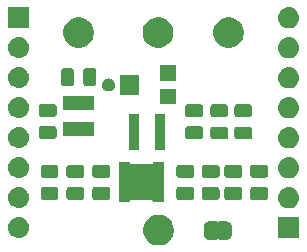
<source format=gbr>
G04 #@! TF.GenerationSoftware,KiCad,Pcbnew,(5.1.2)-2*
G04 #@! TF.CreationDate,2019-08-28T15:44:57+02:00*
G04 #@! TF.ProjectId,esp_pmc,6573705f-706d-4632-9e6b-696361645f70,0.0.1*
G04 #@! TF.SameCoordinates,Original*
G04 #@! TF.FileFunction,Soldermask,Top*
G04 #@! TF.FilePolarity,Negative*
%FSLAX46Y46*%
G04 Gerber Fmt 4.6, Leading zero omitted, Abs format (unit mm)*
G04 Created by KiCad (PCBNEW (5.1.2)-2) date 2019-08-28 15:44:57*
%MOMM*%
%LPD*%
G04 APERTURE LIST*
%ADD10C,0.100000*%
G04 APERTURE END LIST*
D10*
G36*
X66646487Y-89944996D02*
G01*
X66883253Y-90043068D01*
X66883255Y-90043069D01*
X67096339Y-90185447D01*
X67277553Y-90366661D01*
X67404906Y-90557258D01*
X67419932Y-90579747D01*
X67518004Y-90816513D01*
X67568000Y-91067861D01*
X67568000Y-91324139D01*
X67518004Y-91575487D01*
X67454508Y-91728779D01*
X67419931Y-91812255D01*
X67277553Y-92025339D01*
X67096339Y-92206553D01*
X66883255Y-92348931D01*
X66883254Y-92348932D01*
X66883253Y-92348932D01*
X66646487Y-92447004D01*
X66395139Y-92497000D01*
X66138861Y-92497000D01*
X65887513Y-92447004D01*
X65650747Y-92348932D01*
X65650746Y-92348932D01*
X65650745Y-92348931D01*
X65437661Y-92206553D01*
X65256447Y-92025339D01*
X65114069Y-91812255D01*
X65079492Y-91728779D01*
X65015996Y-91575487D01*
X64966000Y-91324139D01*
X64966000Y-91067861D01*
X65015996Y-90816513D01*
X65114068Y-90579747D01*
X65129095Y-90557258D01*
X65256447Y-90366661D01*
X65437661Y-90185447D01*
X65650745Y-90043069D01*
X65650747Y-90043068D01*
X65887513Y-89944996D01*
X66138861Y-89895000D01*
X66395139Y-89895000D01*
X66646487Y-89944996D01*
X66646487Y-89944996D01*
G37*
G36*
X71126999Y-90429737D02*
G01*
X71136608Y-90432652D01*
X71145472Y-90437390D01*
X71153237Y-90443763D01*
X71163448Y-90456206D01*
X71170378Y-90466575D01*
X71187705Y-90483902D01*
X71208080Y-90497515D01*
X71230720Y-90506891D01*
X71254753Y-90511671D01*
X71279257Y-90511670D01*
X71303290Y-90506888D01*
X71325929Y-90497510D01*
X71346302Y-90483895D01*
X71363629Y-90466568D01*
X71370558Y-90456198D01*
X71380763Y-90443763D01*
X71388528Y-90437390D01*
X71397392Y-90432652D01*
X71407001Y-90429737D01*
X71423140Y-90428148D01*
X71910861Y-90428148D01*
X71929199Y-90429954D01*
X71941450Y-90430556D01*
X71959869Y-90430556D01*
X71982149Y-90432750D01*
X72066233Y-90449476D01*
X72087660Y-90455976D01*
X72166858Y-90488780D01*
X72172303Y-90491691D01*
X72172309Y-90491693D01*
X72181169Y-90496429D01*
X72181173Y-90496432D01*
X72186614Y-90499340D01*
X72257899Y-90546971D01*
X72275204Y-90561172D01*
X72335828Y-90621796D01*
X72350029Y-90639101D01*
X72397660Y-90710386D01*
X72400568Y-90715827D01*
X72400571Y-90715831D01*
X72405307Y-90724691D01*
X72405309Y-90724697D01*
X72408220Y-90730142D01*
X72441024Y-90809340D01*
X72447524Y-90830767D01*
X72464250Y-90914851D01*
X72466444Y-90937131D01*
X72466444Y-90955550D01*
X72467046Y-90967801D01*
X72468852Y-90986139D01*
X72468852Y-91473862D01*
X72467046Y-91492199D01*
X72466444Y-91504450D01*
X72466444Y-91522869D01*
X72464250Y-91545149D01*
X72447524Y-91629233D01*
X72441024Y-91650660D01*
X72408220Y-91729858D01*
X72405309Y-91735303D01*
X72405307Y-91735309D01*
X72400571Y-91744169D01*
X72400568Y-91744173D01*
X72397660Y-91749614D01*
X72350029Y-91820899D01*
X72335828Y-91838204D01*
X72275204Y-91898828D01*
X72257899Y-91913029D01*
X72186614Y-91960660D01*
X72181173Y-91963568D01*
X72181169Y-91963571D01*
X72172309Y-91968307D01*
X72172303Y-91968309D01*
X72166858Y-91971220D01*
X72087660Y-92004024D01*
X72066233Y-92010524D01*
X71982149Y-92027250D01*
X71959869Y-92029444D01*
X71941450Y-92029444D01*
X71929199Y-92030046D01*
X71910862Y-92031852D01*
X71423140Y-92031852D01*
X71407001Y-92030263D01*
X71397392Y-92027348D01*
X71388528Y-92022610D01*
X71380763Y-92016237D01*
X71370552Y-92003794D01*
X71363622Y-91993425D01*
X71346295Y-91976098D01*
X71325920Y-91962485D01*
X71303280Y-91953109D01*
X71279247Y-91948329D01*
X71254743Y-91948330D01*
X71230710Y-91953112D01*
X71208071Y-91962490D01*
X71187698Y-91976105D01*
X71170371Y-91993432D01*
X71163442Y-92003802D01*
X71153237Y-92016237D01*
X71145472Y-92022610D01*
X71136608Y-92027348D01*
X71126999Y-92030263D01*
X71110860Y-92031852D01*
X70623138Y-92031852D01*
X70604801Y-92030046D01*
X70592550Y-92029444D01*
X70574131Y-92029444D01*
X70551851Y-92027250D01*
X70467767Y-92010524D01*
X70446340Y-92004024D01*
X70367142Y-91971220D01*
X70361697Y-91968309D01*
X70361691Y-91968307D01*
X70352831Y-91963571D01*
X70352827Y-91963568D01*
X70347386Y-91960660D01*
X70276101Y-91913029D01*
X70258796Y-91898828D01*
X70198172Y-91838204D01*
X70183971Y-91820899D01*
X70136340Y-91749614D01*
X70133432Y-91744173D01*
X70133429Y-91744169D01*
X70128693Y-91735309D01*
X70128691Y-91735303D01*
X70125780Y-91729858D01*
X70092976Y-91650660D01*
X70086476Y-91629233D01*
X70069750Y-91545149D01*
X70067556Y-91522869D01*
X70067556Y-91504450D01*
X70066954Y-91492199D01*
X70065148Y-91473862D01*
X70065148Y-90986139D01*
X70066954Y-90967801D01*
X70067556Y-90955550D01*
X70067556Y-90937131D01*
X70069750Y-90914851D01*
X70086476Y-90830767D01*
X70092976Y-90809340D01*
X70125780Y-90730142D01*
X70128691Y-90724697D01*
X70128693Y-90724691D01*
X70133429Y-90715831D01*
X70133432Y-90715827D01*
X70136340Y-90710386D01*
X70183971Y-90639101D01*
X70198172Y-90621796D01*
X70258796Y-90561172D01*
X70276101Y-90546971D01*
X70347386Y-90499340D01*
X70352827Y-90496432D01*
X70352831Y-90496429D01*
X70361691Y-90491693D01*
X70361697Y-90491691D01*
X70367142Y-90488780D01*
X70446340Y-90455976D01*
X70467767Y-90449476D01*
X70551851Y-90432750D01*
X70574131Y-90430556D01*
X70592550Y-90430556D01*
X70604801Y-90429954D01*
X70623139Y-90428148D01*
X71110860Y-90428148D01*
X71126999Y-90429737D01*
X71126999Y-90429737D01*
G37*
G36*
X78168000Y-91897000D02*
G01*
X76366000Y-91897000D01*
X76366000Y-90095000D01*
X78168000Y-90095000D01*
X78168000Y-91897000D01*
X78168000Y-91897000D01*
G37*
G36*
X54517442Y-90081518D02*
G01*
X54583627Y-90088037D01*
X54753466Y-90139557D01*
X54909991Y-90223222D01*
X54945729Y-90252552D01*
X55047186Y-90335814D01*
X55125434Y-90431161D01*
X55159778Y-90473009D01*
X55243443Y-90629534D01*
X55294963Y-90799373D01*
X55312359Y-90976000D01*
X55294963Y-91152627D01*
X55243443Y-91322466D01*
X55159778Y-91478991D01*
X55148938Y-91492199D01*
X55047186Y-91616186D01*
X54945729Y-91699448D01*
X54909991Y-91728778D01*
X54909989Y-91728779D01*
X54753822Y-91812253D01*
X54753466Y-91812443D01*
X54583627Y-91863963D01*
X54517443Y-91870481D01*
X54451260Y-91877000D01*
X54362740Y-91877000D01*
X54296557Y-91870481D01*
X54230373Y-91863963D01*
X54060534Y-91812443D01*
X54060179Y-91812253D01*
X53904011Y-91728779D01*
X53904009Y-91728778D01*
X53868271Y-91699448D01*
X53766814Y-91616186D01*
X53665062Y-91492199D01*
X53654222Y-91478991D01*
X53570557Y-91322466D01*
X53519037Y-91152627D01*
X53501641Y-90976000D01*
X53519037Y-90799373D01*
X53570557Y-90629534D01*
X53654222Y-90473009D01*
X53688566Y-90431161D01*
X53766814Y-90335814D01*
X53868271Y-90252552D01*
X53904009Y-90223222D01*
X54060534Y-90139557D01*
X54230373Y-90088037D01*
X54296558Y-90081518D01*
X54362740Y-90075000D01*
X54451260Y-90075000D01*
X54517442Y-90081518D01*
X54517442Y-90081518D01*
G37*
G36*
X77377443Y-87561519D02*
G01*
X77443627Y-87568037D01*
X77613466Y-87619557D01*
X77613468Y-87619558D01*
X77691729Y-87661390D01*
X77769991Y-87703222D01*
X77788256Y-87718212D01*
X77907186Y-87815814D01*
X77990448Y-87917271D01*
X78019778Y-87953009D01*
X78103443Y-88109534D01*
X78154963Y-88279373D01*
X78172359Y-88456000D01*
X78154963Y-88632627D01*
X78103443Y-88802466D01*
X78019778Y-88958991D01*
X77990448Y-88994729D01*
X77907186Y-89096186D01*
X77805729Y-89179448D01*
X77769991Y-89208778D01*
X77613466Y-89292443D01*
X77443627Y-89343963D01*
X77377443Y-89350481D01*
X77311260Y-89357000D01*
X77222740Y-89357000D01*
X77156557Y-89350481D01*
X77090373Y-89343963D01*
X76920534Y-89292443D01*
X76764009Y-89208778D01*
X76728271Y-89179448D01*
X76626814Y-89096186D01*
X76543552Y-88994729D01*
X76514222Y-88958991D01*
X76430557Y-88802466D01*
X76379037Y-88632627D01*
X76361641Y-88456000D01*
X76379037Y-88279373D01*
X76430557Y-88109534D01*
X76514222Y-87953009D01*
X76543552Y-87917271D01*
X76626814Y-87815814D01*
X76745744Y-87718212D01*
X76764009Y-87703222D01*
X76842271Y-87661390D01*
X76920532Y-87619558D01*
X76920534Y-87619557D01*
X77090373Y-87568037D01*
X77156557Y-87561519D01*
X77222740Y-87555000D01*
X77311260Y-87555000D01*
X77377443Y-87561519D01*
X77377443Y-87561519D01*
G37*
G36*
X54517443Y-87541519D02*
G01*
X54583627Y-87548037D01*
X54753466Y-87599557D01*
X54909991Y-87683222D01*
X54934361Y-87703222D01*
X55047186Y-87795814D01*
X55130448Y-87897271D01*
X55159778Y-87933009D01*
X55243443Y-88089534D01*
X55294963Y-88259373D01*
X55312359Y-88436000D01*
X55294963Y-88612627D01*
X55243443Y-88782466D01*
X55159778Y-88938991D01*
X55143366Y-88958989D01*
X55047186Y-89076186D01*
X54945729Y-89159448D01*
X54909991Y-89188778D01*
X54753466Y-89272443D01*
X54583627Y-89323963D01*
X54517442Y-89330482D01*
X54451260Y-89337000D01*
X54362740Y-89337000D01*
X54296558Y-89330482D01*
X54230373Y-89323963D01*
X54060534Y-89272443D01*
X53904009Y-89188778D01*
X53868271Y-89159448D01*
X53766814Y-89076186D01*
X53670634Y-88958989D01*
X53654222Y-88938991D01*
X53570557Y-88782466D01*
X53519037Y-88612627D01*
X53501641Y-88436000D01*
X53519037Y-88259373D01*
X53570557Y-88089534D01*
X53654222Y-87933009D01*
X53683552Y-87897271D01*
X53766814Y-87795814D01*
X53879639Y-87703222D01*
X53904009Y-87683222D01*
X54060534Y-87599557D01*
X54230373Y-87548037D01*
X54296557Y-87541519D01*
X54362740Y-87535000D01*
X54451260Y-87535000D01*
X54517443Y-87541519D01*
X54517443Y-87541519D01*
G37*
G36*
X63821571Y-85477001D02*
G01*
X63823973Y-85501387D01*
X63831086Y-85524836D01*
X63842637Y-85546447D01*
X63858182Y-85565389D01*
X63877124Y-85580934D01*
X63898735Y-85592485D01*
X63922184Y-85599598D01*
X63946570Y-85602000D01*
X65644572Y-85602000D01*
X65668958Y-85599598D01*
X65692407Y-85592485D01*
X65714018Y-85580934D01*
X65732960Y-85565389D01*
X65748505Y-85546447D01*
X65760056Y-85524836D01*
X65767169Y-85501387D01*
X65769571Y-85477001D01*
X65769571Y-85427000D01*
X66721571Y-85427000D01*
X66721571Y-88829000D01*
X65769571Y-88829000D01*
X65769571Y-88778999D01*
X65767169Y-88754613D01*
X65760056Y-88731164D01*
X65748505Y-88709553D01*
X65732960Y-88690611D01*
X65714018Y-88675066D01*
X65692407Y-88663515D01*
X65668958Y-88656402D01*
X65644572Y-88654000D01*
X63946570Y-88654000D01*
X63922184Y-88656402D01*
X63898735Y-88663515D01*
X63877124Y-88675066D01*
X63858182Y-88690611D01*
X63842637Y-88709553D01*
X63831086Y-88731164D01*
X63823973Y-88754613D01*
X63821571Y-88778999D01*
X63821571Y-88829000D01*
X62869571Y-88829000D01*
X62869571Y-85427000D01*
X63821571Y-85427000D01*
X63821571Y-85477001D01*
X63821571Y-85477001D01*
G37*
G36*
X71251468Y-87556565D02*
G01*
X71290138Y-87568296D01*
X71325777Y-87587346D01*
X71357017Y-87612983D01*
X71382654Y-87644223D01*
X71401704Y-87679862D01*
X71413435Y-87718532D01*
X71418000Y-87764888D01*
X71418000Y-88416112D01*
X71413435Y-88462468D01*
X71401704Y-88501138D01*
X71382654Y-88536777D01*
X71357017Y-88568017D01*
X71325777Y-88593654D01*
X71290138Y-88612704D01*
X71251468Y-88624435D01*
X71205112Y-88629000D01*
X70128888Y-88629000D01*
X70082532Y-88624435D01*
X70043862Y-88612704D01*
X70008223Y-88593654D01*
X69976983Y-88568017D01*
X69951346Y-88536777D01*
X69932296Y-88501138D01*
X69920565Y-88462468D01*
X69916000Y-88416112D01*
X69916000Y-87764888D01*
X69920565Y-87718532D01*
X69932296Y-87679862D01*
X69951346Y-87644223D01*
X69976983Y-87612983D01*
X70008223Y-87587346D01*
X70043862Y-87568296D01*
X70082532Y-87556565D01*
X70128888Y-87552000D01*
X71205112Y-87552000D01*
X71251468Y-87556565D01*
X71251468Y-87556565D01*
G37*
G36*
X75351468Y-87556565D02*
G01*
X75390138Y-87568296D01*
X75425777Y-87587346D01*
X75457017Y-87612983D01*
X75482654Y-87644223D01*
X75501704Y-87679862D01*
X75513435Y-87718532D01*
X75518000Y-87764888D01*
X75518000Y-88416112D01*
X75513435Y-88462468D01*
X75501704Y-88501138D01*
X75482654Y-88536777D01*
X75457017Y-88568017D01*
X75425777Y-88593654D01*
X75390138Y-88612704D01*
X75351468Y-88624435D01*
X75305112Y-88629000D01*
X74228888Y-88629000D01*
X74182532Y-88624435D01*
X74143862Y-88612704D01*
X74108223Y-88593654D01*
X74076983Y-88568017D01*
X74051346Y-88536777D01*
X74032296Y-88501138D01*
X74020565Y-88462468D01*
X74016000Y-88416112D01*
X74016000Y-87764888D01*
X74020565Y-87718532D01*
X74032296Y-87679862D01*
X74051346Y-87644223D01*
X74076983Y-87612983D01*
X74108223Y-87587346D01*
X74143862Y-87568296D01*
X74182532Y-87556565D01*
X74228888Y-87552000D01*
X75305112Y-87552000D01*
X75351468Y-87556565D01*
X75351468Y-87556565D01*
G37*
G36*
X73158610Y-87556565D02*
G01*
X73197280Y-87568296D01*
X73232919Y-87587346D01*
X73264159Y-87612983D01*
X73289796Y-87644223D01*
X73308846Y-87679862D01*
X73320577Y-87718532D01*
X73325142Y-87764888D01*
X73325142Y-88416112D01*
X73320577Y-88462468D01*
X73308846Y-88501138D01*
X73289796Y-88536777D01*
X73264159Y-88568017D01*
X73232919Y-88593654D01*
X73197280Y-88612704D01*
X73158610Y-88624435D01*
X73112254Y-88629000D01*
X72036030Y-88629000D01*
X71989674Y-88624435D01*
X71951004Y-88612704D01*
X71915365Y-88593654D01*
X71884125Y-88568017D01*
X71858488Y-88536777D01*
X71839438Y-88501138D01*
X71827707Y-88462468D01*
X71823142Y-88416112D01*
X71823142Y-87764888D01*
X71827707Y-87718532D01*
X71839438Y-87679862D01*
X71858488Y-87644223D01*
X71884125Y-87612983D01*
X71915365Y-87587346D01*
X71951004Y-87568296D01*
X71989674Y-87556565D01*
X72036030Y-87552000D01*
X73112254Y-87552000D01*
X73158610Y-87556565D01*
X73158610Y-87556565D01*
G37*
G36*
X69101468Y-87556565D02*
G01*
X69140138Y-87568296D01*
X69175777Y-87587346D01*
X69207017Y-87612983D01*
X69232654Y-87644223D01*
X69251704Y-87679862D01*
X69263435Y-87718532D01*
X69268000Y-87764888D01*
X69268000Y-88416112D01*
X69263435Y-88462468D01*
X69251704Y-88501138D01*
X69232654Y-88536777D01*
X69207017Y-88568017D01*
X69175777Y-88593654D01*
X69140138Y-88612704D01*
X69101468Y-88624435D01*
X69055112Y-88629000D01*
X67978888Y-88629000D01*
X67932532Y-88624435D01*
X67893862Y-88612704D01*
X67858223Y-88593654D01*
X67826983Y-88568017D01*
X67801346Y-88536777D01*
X67782296Y-88501138D01*
X67770565Y-88462468D01*
X67766000Y-88416112D01*
X67766000Y-87764888D01*
X67770565Y-87718532D01*
X67782296Y-87679862D01*
X67801346Y-87644223D01*
X67826983Y-87612983D01*
X67858223Y-87587346D01*
X67893862Y-87568296D01*
X67932532Y-87556565D01*
X67978888Y-87552000D01*
X69055112Y-87552000D01*
X69101468Y-87556565D01*
X69101468Y-87556565D01*
G37*
G36*
X57601468Y-87556565D02*
G01*
X57640138Y-87568296D01*
X57675777Y-87587346D01*
X57707017Y-87612983D01*
X57732654Y-87644223D01*
X57751704Y-87679862D01*
X57763435Y-87718532D01*
X57768000Y-87764888D01*
X57768000Y-88416112D01*
X57763435Y-88462468D01*
X57751704Y-88501138D01*
X57732654Y-88536777D01*
X57707017Y-88568017D01*
X57675777Y-88593654D01*
X57640138Y-88612704D01*
X57601468Y-88624435D01*
X57555112Y-88629000D01*
X56478888Y-88629000D01*
X56432532Y-88624435D01*
X56393862Y-88612704D01*
X56358223Y-88593654D01*
X56326983Y-88568017D01*
X56301346Y-88536777D01*
X56282296Y-88501138D01*
X56270565Y-88462468D01*
X56266000Y-88416112D01*
X56266000Y-87764888D01*
X56270565Y-87718532D01*
X56282296Y-87679862D01*
X56301346Y-87644223D01*
X56326983Y-87612983D01*
X56358223Y-87587346D01*
X56393862Y-87568296D01*
X56432532Y-87556565D01*
X56478888Y-87552000D01*
X57555112Y-87552000D01*
X57601468Y-87556565D01*
X57601468Y-87556565D01*
G37*
G36*
X61987182Y-87556565D02*
G01*
X62025852Y-87568296D01*
X62061491Y-87587346D01*
X62092731Y-87612983D01*
X62118368Y-87644223D01*
X62137418Y-87679862D01*
X62149149Y-87718532D01*
X62153714Y-87764888D01*
X62153714Y-88416112D01*
X62149149Y-88462468D01*
X62137418Y-88501138D01*
X62118368Y-88536777D01*
X62092731Y-88568017D01*
X62061491Y-88593654D01*
X62025852Y-88612704D01*
X61987182Y-88624435D01*
X61940826Y-88629000D01*
X60864602Y-88629000D01*
X60818246Y-88624435D01*
X60779576Y-88612704D01*
X60743937Y-88593654D01*
X60712697Y-88568017D01*
X60687060Y-88536777D01*
X60668010Y-88501138D01*
X60656279Y-88462468D01*
X60651714Y-88416112D01*
X60651714Y-87764888D01*
X60656279Y-87718532D01*
X60668010Y-87679862D01*
X60687060Y-87644223D01*
X60712697Y-87612983D01*
X60743937Y-87587346D01*
X60779576Y-87568296D01*
X60818246Y-87556565D01*
X60864602Y-87552000D01*
X61940826Y-87552000D01*
X61987182Y-87556565D01*
X61987182Y-87556565D01*
G37*
G36*
X59794325Y-87556565D02*
G01*
X59832995Y-87568296D01*
X59868634Y-87587346D01*
X59899874Y-87612983D01*
X59925511Y-87644223D01*
X59944561Y-87679862D01*
X59956292Y-87718532D01*
X59960857Y-87764888D01*
X59960857Y-88416112D01*
X59956292Y-88462468D01*
X59944561Y-88501138D01*
X59925511Y-88536777D01*
X59899874Y-88568017D01*
X59868634Y-88593654D01*
X59832995Y-88612704D01*
X59794325Y-88624435D01*
X59747969Y-88629000D01*
X58671745Y-88629000D01*
X58625389Y-88624435D01*
X58586719Y-88612704D01*
X58551080Y-88593654D01*
X58519840Y-88568017D01*
X58494203Y-88536777D01*
X58475153Y-88501138D01*
X58463422Y-88462468D01*
X58458857Y-88416112D01*
X58458857Y-87764888D01*
X58463422Y-87718532D01*
X58475153Y-87679862D01*
X58494203Y-87644223D01*
X58519840Y-87612983D01*
X58551080Y-87587346D01*
X58586719Y-87568296D01*
X58625389Y-87556565D01*
X58671745Y-87552000D01*
X59747969Y-87552000D01*
X59794325Y-87556565D01*
X59794325Y-87556565D01*
G37*
G36*
X77377442Y-85021518D02*
G01*
X77443627Y-85028037D01*
X77613466Y-85079557D01*
X77769991Y-85163222D01*
X77805729Y-85192552D01*
X77907186Y-85275814D01*
X77990448Y-85377271D01*
X78019778Y-85413009D01*
X78103443Y-85569534D01*
X78154963Y-85739373D01*
X78172359Y-85916000D01*
X78154963Y-86092627D01*
X78103443Y-86262466D01*
X78019778Y-86418991D01*
X78013205Y-86427000D01*
X77907186Y-86556186D01*
X77821948Y-86626138D01*
X77769991Y-86668778D01*
X77613466Y-86752443D01*
X77443627Y-86803963D01*
X77377442Y-86810482D01*
X77311260Y-86817000D01*
X77222740Y-86817000D01*
X77156558Y-86810482D01*
X77090373Y-86803963D01*
X76920534Y-86752443D01*
X76764009Y-86668778D01*
X76712052Y-86626138D01*
X76626814Y-86556186D01*
X76520795Y-86427000D01*
X76514222Y-86418991D01*
X76430557Y-86262466D01*
X76379037Y-86092627D01*
X76361641Y-85916000D01*
X76379037Y-85739373D01*
X76430557Y-85569534D01*
X76514222Y-85413009D01*
X76543552Y-85377271D01*
X76626814Y-85275814D01*
X76728271Y-85192552D01*
X76764009Y-85163222D01*
X76920534Y-85079557D01*
X77090373Y-85028037D01*
X77156558Y-85021518D01*
X77222740Y-85015000D01*
X77311260Y-85015000D01*
X77377442Y-85021518D01*
X77377442Y-85021518D01*
G37*
G36*
X54517442Y-85001518D02*
G01*
X54583627Y-85008037D01*
X54753466Y-85059557D01*
X54909991Y-85143222D01*
X54934361Y-85163222D01*
X55047186Y-85255814D01*
X55130448Y-85357271D01*
X55159778Y-85393009D01*
X55243443Y-85549534D01*
X55294963Y-85719373D01*
X55312359Y-85896000D01*
X55294963Y-86072627D01*
X55243443Y-86242466D01*
X55159778Y-86398991D01*
X55143366Y-86418989D01*
X55047186Y-86536186D01*
X54945729Y-86619448D01*
X54909991Y-86648778D01*
X54753466Y-86732443D01*
X54583627Y-86783963D01*
X54517443Y-86790481D01*
X54451260Y-86797000D01*
X54362740Y-86797000D01*
X54296557Y-86790481D01*
X54230373Y-86783963D01*
X54060534Y-86732443D01*
X53904009Y-86648778D01*
X53868271Y-86619448D01*
X53766814Y-86536186D01*
X53670634Y-86418989D01*
X53654222Y-86398991D01*
X53570557Y-86242466D01*
X53519037Y-86072627D01*
X53501641Y-85896000D01*
X53519037Y-85719373D01*
X53570557Y-85549534D01*
X53654222Y-85393009D01*
X53683552Y-85357271D01*
X53766814Y-85255814D01*
X53879639Y-85163222D01*
X53904009Y-85143222D01*
X54060534Y-85059557D01*
X54230373Y-85008037D01*
X54296558Y-85001518D01*
X54362740Y-84995000D01*
X54451260Y-84995000D01*
X54517442Y-85001518D01*
X54517442Y-85001518D01*
G37*
G36*
X61987182Y-85681565D02*
G01*
X62025852Y-85693296D01*
X62061491Y-85712346D01*
X62092731Y-85737983D01*
X62118368Y-85769223D01*
X62137418Y-85804862D01*
X62149149Y-85843532D01*
X62153714Y-85889888D01*
X62153714Y-86541112D01*
X62149149Y-86587468D01*
X62137418Y-86626138D01*
X62118368Y-86661777D01*
X62092731Y-86693017D01*
X62061491Y-86718654D01*
X62025852Y-86737704D01*
X61987182Y-86749435D01*
X61940826Y-86754000D01*
X60864602Y-86754000D01*
X60818246Y-86749435D01*
X60779576Y-86737704D01*
X60743937Y-86718654D01*
X60712697Y-86693017D01*
X60687060Y-86661777D01*
X60668010Y-86626138D01*
X60656279Y-86587468D01*
X60651714Y-86541112D01*
X60651714Y-85889888D01*
X60656279Y-85843532D01*
X60668010Y-85804862D01*
X60687060Y-85769223D01*
X60712697Y-85737983D01*
X60743937Y-85712346D01*
X60779576Y-85693296D01*
X60818246Y-85681565D01*
X60864602Y-85677000D01*
X61940826Y-85677000D01*
X61987182Y-85681565D01*
X61987182Y-85681565D01*
G37*
G36*
X71251468Y-85681565D02*
G01*
X71290138Y-85693296D01*
X71325777Y-85712346D01*
X71357017Y-85737983D01*
X71382654Y-85769223D01*
X71401704Y-85804862D01*
X71413435Y-85843532D01*
X71418000Y-85889888D01*
X71418000Y-86541112D01*
X71413435Y-86587468D01*
X71401704Y-86626138D01*
X71382654Y-86661777D01*
X71357017Y-86693017D01*
X71325777Y-86718654D01*
X71290138Y-86737704D01*
X71251468Y-86749435D01*
X71205112Y-86754000D01*
X70128888Y-86754000D01*
X70082532Y-86749435D01*
X70043862Y-86737704D01*
X70008223Y-86718654D01*
X69976983Y-86693017D01*
X69951346Y-86661777D01*
X69932296Y-86626138D01*
X69920565Y-86587468D01*
X69916000Y-86541112D01*
X69916000Y-85889888D01*
X69920565Y-85843532D01*
X69932296Y-85804862D01*
X69951346Y-85769223D01*
X69976983Y-85737983D01*
X70008223Y-85712346D01*
X70043862Y-85693296D01*
X70082532Y-85681565D01*
X70128888Y-85677000D01*
X71205112Y-85677000D01*
X71251468Y-85681565D01*
X71251468Y-85681565D01*
G37*
G36*
X75351468Y-85681565D02*
G01*
X75390138Y-85693296D01*
X75425777Y-85712346D01*
X75457017Y-85737983D01*
X75482654Y-85769223D01*
X75501704Y-85804862D01*
X75513435Y-85843532D01*
X75518000Y-85889888D01*
X75518000Y-86541112D01*
X75513435Y-86587468D01*
X75501704Y-86626138D01*
X75482654Y-86661777D01*
X75457017Y-86693017D01*
X75425777Y-86718654D01*
X75390138Y-86737704D01*
X75351468Y-86749435D01*
X75305112Y-86754000D01*
X74228888Y-86754000D01*
X74182532Y-86749435D01*
X74143862Y-86737704D01*
X74108223Y-86718654D01*
X74076983Y-86693017D01*
X74051346Y-86661777D01*
X74032296Y-86626138D01*
X74020565Y-86587468D01*
X74016000Y-86541112D01*
X74016000Y-85889888D01*
X74020565Y-85843532D01*
X74032296Y-85804862D01*
X74051346Y-85769223D01*
X74076983Y-85737983D01*
X74108223Y-85712346D01*
X74143862Y-85693296D01*
X74182532Y-85681565D01*
X74228888Y-85677000D01*
X75305112Y-85677000D01*
X75351468Y-85681565D01*
X75351468Y-85681565D01*
G37*
G36*
X73158610Y-85681565D02*
G01*
X73197280Y-85693296D01*
X73232919Y-85712346D01*
X73264159Y-85737983D01*
X73289796Y-85769223D01*
X73308846Y-85804862D01*
X73320577Y-85843532D01*
X73325142Y-85889888D01*
X73325142Y-86541112D01*
X73320577Y-86587468D01*
X73308846Y-86626138D01*
X73289796Y-86661777D01*
X73264159Y-86693017D01*
X73232919Y-86718654D01*
X73197280Y-86737704D01*
X73158610Y-86749435D01*
X73112254Y-86754000D01*
X72036030Y-86754000D01*
X71989674Y-86749435D01*
X71951004Y-86737704D01*
X71915365Y-86718654D01*
X71884125Y-86693017D01*
X71858488Y-86661777D01*
X71839438Y-86626138D01*
X71827707Y-86587468D01*
X71823142Y-86541112D01*
X71823142Y-85889888D01*
X71827707Y-85843532D01*
X71839438Y-85804862D01*
X71858488Y-85769223D01*
X71884125Y-85737983D01*
X71915365Y-85712346D01*
X71951004Y-85693296D01*
X71989674Y-85681565D01*
X72036030Y-85677000D01*
X73112254Y-85677000D01*
X73158610Y-85681565D01*
X73158610Y-85681565D01*
G37*
G36*
X59794325Y-85681565D02*
G01*
X59832995Y-85693296D01*
X59868634Y-85712346D01*
X59899874Y-85737983D01*
X59925511Y-85769223D01*
X59944561Y-85804862D01*
X59956292Y-85843532D01*
X59960857Y-85889888D01*
X59960857Y-86541112D01*
X59956292Y-86587468D01*
X59944561Y-86626138D01*
X59925511Y-86661777D01*
X59899874Y-86693017D01*
X59868634Y-86718654D01*
X59832995Y-86737704D01*
X59794325Y-86749435D01*
X59747969Y-86754000D01*
X58671745Y-86754000D01*
X58625389Y-86749435D01*
X58586719Y-86737704D01*
X58551080Y-86718654D01*
X58519840Y-86693017D01*
X58494203Y-86661777D01*
X58475153Y-86626138D01*
X58463422Y-86587468D01*
X58458857Y-86541112D01*
X58458857Y-85889888D01*
X58463422Y-85843532D01*
X58475153Y-85804862D01*
X58494203Y-85769223D01*
X58519840Y-85737983D01*
X58551080Y-85712346D01*
X58586719Y-85693296D01*
X58625389Y-85681565D01*
X58671745Y-85677000D01*
X59747969Y-85677000D01*
X59794325Y-85681565D01*
X59794325Y-85681565D01*
G37*
G36*
X69101468Y-85681565D02*
G01*
X69140138Y-85693296D01*
X69175777Y-85712346D01*
X69207017Y-85737983D01*
X69232654Y-85769223D01*
X69251704Y-85804862D01*
X69263435Y-85843532D01*
X69268000Y-85889888D01*
X69268000Y-86541112D01*
X69263435Y-86587468D01*
X69251704Y-86626138D01*
X69232654Y-86661777D01*
X69207017Y-86693017D01*
X69175777Y-86718654D01*
X69140138Y-86737704D01*
X69101468Y-86749435D01*
X69055112Y-86754000D01*
X67978888Y-86754000D01*
X67932532Y-86749435D01*
X67893862Y-86737704D01*
X67858223Y-86718654D01*
X67826983Y-86693017D01*
X67801346Y-86661777D01*
X67782296Y-86626138D01*
X67770565Y-86587468D01*
X67766000Y-86541112D01*
X67766000Y-85889888D01*
X67770565Y-85843532D01*
X67782296Y-85804862D01*
X67801346Y-85769223D01*
X67826983Y-85737983D01*
X67858223Y-85712346D01*
X67893862Y-85693296D01*
X67932532Y-85681565D01*
X67978888Y-85677000D01*
X69055112Y-85677000D01*
X69101468Y-85681565D01*
X69101468Y-85681565D01*
G37*
G36*
X57601468Y-85681565D02*
G01*
X57640138Y-85693296D01*
X57675777Y-85712346D01*
X57707017Y-85737983D01*
X57732654Y-85769223D01*
X57751704Y-85804862D01*
X57763435Y-85843532D01*
X57768000Y-85889888D01*
X57768000Y-86541112D01*
X57763435Y-86587468D01*
X57751704Y-86626138D01*
X57732654Y-86661777D01*
X57707017Y-86693017D01*
X57675777Y-86718654D01*
X57640138Y-86737704D01*
X57601468Y-86749435D01*
X57555112Y-86754000D01*
X56478888Y-86754000D01*
X56432532Y-86749435D01*
X56393862Y-86737704D01*
X56358223Y-86718654D01*
X56326983Y-86693017D01*
X56301346Y-86661777D01*
X56282296Y-86626138D01*
X56270565Y-86587468D01*
X56266000Y-86541112D01*
X56266000Y-85889888D01*
X56270565Y-85843532D01*
X56282296Y-85804862D01*
X56301346Y-85769223D01*
X56326983Y-85737983D01*
X56358223Y-85712346D01*
X56393862Y-85693296D01*
X56432532Y-85681565D01*
X56478888Y-85677000D01*
X57555112Y-85677000D01*
X57601468Y-85681565D01*
X57601468Y-85681565D01*
G37*
G36*
X66818000Y-84397000D02*
G01*
X65916000Y-84397000D01*
X65916000Y-81395000D01*
X66818000Y-81395000D01*
X66818000Y-84397000D01*
X66818000Y-84397000D01*
G37*
G36*
X64618000Y-84397000D02*
G01*
X63716000Y-84397000D01*
X63716000Y-81395000D01*
X64618000Y-81395000D01*
X64618000Y-84397000D01*
X64618000Y-84397000D01*
G37*
G36*
X77377442Y-82481518D02*
G01*
X77443627Y-82488037D01*
X77613466Y-82539557D01*
X77769991Y-82623222D01*
X77802483Y-82649888D01*
X77907186Y-82735814D01*
X77990448Y-82837271D01*
X78019778Y-82873009D01*
X78103443Y-83029534D01*
X78154963Y-83199373D01*
X78172359Y-83376000D01*
X78154963Y-83552627D01*
X78103443Y-83722466D01*
X78019778Y-83878991D01*
X77990448Y-83914729D01*
X77907186Y-84016186D01*
X77805729Y-84099448D01*
X77769991Y-84128778D01*
X77613466Y-84212443D01*
X77443627Y-84263963D01*
X77377443Y-84270481D01*
X77311260Y-84277000D01*
X77222740Y-84277000D01*
X77156557Y-84270481D01*
X77090373Y-84263963D01*
X76920534Y-84212443D01*
X76764009Y-84128778D01*
X76728271Y-84099448D01*
X76626814Y-84016186D01*
X76543552Y-83914729D01*
X76514222Y-83878991D01*
X76430557Y-83722466D01*
X76379037Y-83552627D01*
X76361641Y-83376000D01*
X76379037Y-83199373D01*
X76430557Y-83029534D01*
X76514222Y-82873009D01*
X76543552Y-82837271D01*
X76626814Y-82735814D01*
X76731517Y-82649888D01*
X76764009Y-82623222D01*
X76920534Y-82539557D01*
X77090373Y-82488037D01*
X77156558Y-82481518D01*
X77222740Y-82475000D01*
X77311260Y-82475000D01*
X77377442Y-82481518D01*
X77377442Y-82481518D01*
G37*
G36*
X54517442Y-82461518D02*
G01*
X54583627Y-82468037D01*
X54753466Y-82519557D01*
X54753468Y-82519558D01*
X54790883Y-82539557D01*
X54909991Y-82603222D01*
X54934361Y-82623222D01*
X55047186Y-82715814D01*
X55130448Y-82817271D01*
X55159778Y-82853009D01*
X55243443Y-83009534D01*
X55294963Y-83179373D01*
X55312359Y-83356000D01*
X55294963Y-83532627D01*
X55243443Y-83702466D01*
X55159778Y-83858991D01*
X55143366Y-83878989D01*
X55047186Y-83996186D01*
X54945729Y-84079448D01*
X54909991Y-84108778D01*
X54753466Y-84192443D01*
X54583627Y-84243963D01*
X54517442Y-84250482D01*
X54451260Y-84257000D01*
X54362740Y-84257000D01*
X54296558Y-84250482D01*
X54230373Y-84243963D01*
X54060534Y-84192443D01*
X53904009Y-84108778D01*
X53868271Y-84079448D01*
X53766814Y-83996186D01*
X53670634Y-83878989D01*
X53654222Y-83858991D01*
X53570557Y-83702466D01*
X53519037Y-83532627D01*
X53501641Y-83356000D01*
X53519037Y-83179373D01*
X53570557Y-83009534D01*
X53654222Y-82853009D01*
X53683552Y-82817271D01*
X53766814Y-82715814D01*
X53879639Y-82623222D01*
X53904009Y-82603222D01*
X54023117Y-82539557D01*
X54060532Y-82519558D01*
X54060534Y-82519557D01*
X54230373Y-82468037D01*
X54296558Y-82461518D01*
X54362740Y-82455000D01*
X54451260Y-82455000D01*
X54517442Y-82461518D01*
X54517442Y-82461518D01*
G37*
G36*
X71985468Y-82441565D02*
G01*
X72024138Y-82453296D01*
X72059777Y-82472346D01*
X72091017Y-82497983D01*
X72116654Y-82529223D01*
X72135704Y-82564862D01*
X72147435Y-82603532D01*
X72152000Y-82649888D01*
X72152000Y-83301112D01*
X72147435Y-83347468D01*
X72135704Y-83386138D01*
X72116654Y-83421777D01*
X72091017Y-83453017D01*
X72059777Y-83478654D01*
X72024138Y-83497704D01*
X71985468Y-83509435D01*
X71939112Y-83514000D01*
X70862888Y-83514000D01*
X70816532Y-83509435D01*
X70777862Y-83497704D01*
X70742223Y-83478654D01*
X70710983Y-83453017D01*
X70685346Y-83421777D01*
X70666296Y-83386138D01*
X70654565Y-83347468D01*
X70650000Y-83301112D01*
X70650000Y-82649888D01*
X70654565Y-82603532D01*
X70666296Y-82564862D01*
X70685346Y-82529223D01*
X70710983Y-82497983D01*
X70742223Y-82472346D01*
X70777862Y-82453296D01*
X70816532Y-82441565D01*
X70862888Y-82437000D01*
X71939112Y-82437000D01*
X71985468Y-82441565D01*
X71985468Y-82441565D01*
G37*
G36*
X74017468Y-82441565D02*
G01*
X74056138Y-82453296D01*
X74091777Y-82472346D01*
X74123017Y-82497983D01*
X74148654Y-82529223D01*
X74167704Y-82564862D01*
X74179435Y-82603532D01*
X74184000Y-82649888D01*
X74184000Y-83301112D01*
X74179435Y-83347468D01*
X74167704Y-83386138D01*
X74148654Y-83421777D01*
X74123017Y-83453017D01*
X74091777Y-83478654D01*
X74056138Y-83497704D01*
X74017468Y-83509435D01*
X73971112Y-83514000D01*
X72894888Y-83514000D01*
X72848532Y-83509435D01*
X72809862Y-83497704D01*
X72774223Y-83478654D01*
X72742983Y-83453017D01*
X72717346Y-83421777D01*
X72698296Y-83386138D01*
X72686565Y-83347468D01*
X72682000Y-83301112D01*
X72682000Y-82649888D01*
X72686565Y-82603532D01*
X72698296Y-82564862D01*
X72717346Y-82529223D01*
X72742983Y-82497983D01*
X72774223Y-82472346D01*
X72809862Y-82453296D01*
X72848532Y-82441565D01*
X72894888Y-82437000D01*
X73971112Y-82437000D01*
X74017468Y-82441565D01*
X74017468Y-82441565D01*
G37*
G36*
X69850468Y-82411565D02*
G01*
X69889138Y-82423296D01*
X69924777Y-82442346D01*
X69956017Y-82467983D01*
X69981654Y-82499223D01*
X70000704Y-82534862D01*
X70012435Y-82573532D01*
X70017000Y-82619888D01*
X70017000Y-83271112D01*
X70012435Y-83317468D01*
X70000704Y-83356138D01*
X69981654Y-83391777D01*
X69956017Y-83423017D01*
X69924777Y-83448654D01*
X69889138Y-83467704D01*
X69850468Y-83479435D01*
X69804112Y-83484000D01*
X68727888Y-83484000D01*
X68681532Y-83479435D01*
X68642862Y-83467704D01*
X68607223Y-83448654D01*
X68575983Y-83423017D01*
X68550346Y-83391777D01*
X68531296Y-83356138D01*
X68519565Y-83317468D01*
X68515000Y-83271112D01*
X68515000Y-82619888D01*
X68519565Y-82573532D01*
X68531296Y-82534862D01*
X68550346Y-82499223D01*
X68575983Y-82467983D01*
X68607223Y-82442346D01*
X68642862Y-82423296D01*
X68681532Y-82411565D01*
X68727888Y-82407000D01*
X69804112Y-82407000D01*
X69850468Y-82411565D01*
X69850468Y-82411565D01*
G37*
G36*
X57451468Y-82399565D02*
G01*
X57490138Y-82411296D01*
X57525777Y-82430346D01*
X57557017Y-82455983D01*
X57582654Y-82487223D01*
X57601704Y-82522862D01*
X57613435Y-82561532D01*
X57618000Y-82607888D01*
X57618000Y-83259112D01*
X57613435Y-83305468D01*
X57601704Y-83344138D01*
X57582654Y-83379777D01*
X57557017Y-83411017D01*
X57525777Y-83436654D01*
X57490138Y-83455704D01*
X57451468Y-83467435D01*
X57405112Y-83472000D01*
X56328888Y-83472000D01*
X56282532Y-83467435D01*
X56243862Y-83455704D01*
X56208223Y-83436654D01*
X56176983Y-83411017D01*
X56151346Y-83379777D01*
X56132296Y-83344138D01*
X56120565Y-83305468D01*
X56116000Y-83259112D01*
X56116000Y-82607888D01*
X56120565Y-82561532D01*
X56132296Y-82522862D01*
X56151346Y-82487223D01*
X56176983Y-82455983D01*
X56208223Y-82430346D01*
X56243862Y-82411296D01*
X56282532Y-82399565D01*
X56328888Y-82395000D01*
X57405112Y-82395000D01*
X57451468Y-82399565D01*
X57451468Y-82399565D01*
G37*
G36*
X60813000Y-83221000D02*
G01*
X58161000Y-83221000D01*
X58161000Y-82059000D01*
X60813000Y-82059000D01*
X60813000Y-83221000D01*
X60813000Y-83221000D01*
G37*
G36*
X77377443Y-79941519D02*
G01*
X77443627Y-79948037D01*
X77613466Y-79999557D01*
X77769991Y-80083222D01*
X77805729Y-80112552D01*
X77907186Y-80195814D01*
X77990448Y-80297271D01*
X78019778Y-80333009D01*
X78103443Y-80489534D01*
X78154963Y-80659373D01*
X78172359Y-80836000D01*
X78154963Y-81012627D01*
X78103443Y-81182466D01*
X78019778Y-81338991D01*
X77990448Y-81374729D01*
X77907186Y-81476186D01*
X77821169Y-81546777D01*
X77769991Y-81588778D01*
X77613466Y-81672443D01*
X77443627Y-81723963D01*
X77377442Y-81730482D01*
X77311260Y-81737000D01*
X77222740Y-81737000D01*
X77156558Y-81730482D01*
X77090373Y-81723963D01*
X76920534Y-81672443D01*
X76764009Y-81588778D01*
X76712831Y-81546777D01*
X76626814Y-81476186D01*
X76543552Y-81374729D01*
X76514222Y-81338991D01*
X76430557Y-81182466D01*
X76379037Y-81012627D01*
X76361641Y-80836000D01*
X76379037Y-80659373D01*
X76430557Y-80489534D01*
X76514222Y-80333009D01*
X76543552Y-80297271D01*
X76626814Y-80195814D01*
X76728271Y-80112552D01*
X76764009Y-80083222D01*
X76920534Y-79999557D01*
X77090373Y-79948037D01*
X77156557Y-79941519D01*
X77222740Y-79935000D01*
X77311260Y-79935000D01*
X77377443Y-79941519D01*
X77377443Y-79941519D01*
G37*
G36*
X54517442Y-79921518D02*
G01*
X54583627Y-79928037D01*
X54753466Y-79979557D01*
X54909991Y-80063222D01*
X54934361Y-80083222D01*
X55047186Y-80175814D01*
X55130448Y-80277271D01*
X55159778Y-80313009D01*
X55243443Y-80469534D01*
X55294963Y-80639373D01*
X55312359Y-80816000D01*
X55294963Y-80992627D01*
X55243443Y-81162466D01*
X55159778Y-81318991D01*
X55143366Y-81338989D01*
X55047186Y-81456186D01*
X54949910Y-81536017D01*
X54909991Y-81568778D01*
X54753466Y-81652443D01*
X54583627Y-81703963D01*
X54517443Y-81710481D01*
X54451260Y-81717000D01*
X54362740Y-81717000D01*
X54296557Y-81710481D01*
X54230373Y-81703963D01*
X54060534Y-81652443D01*
X53904009Y-81568778D01*
X53864090Y-81536017D01*
X53766814Y-81456186D01*
X53670634Y-81338989D01*
X53654222Y-81318991D01*
X53570557Y-81162466D01*
X53519037Y-80992627D01*
X53501641Y-80816000D01*
X53519037Y-80639373D01*
X53570557Y-80469534D01*
X53654222Y-80313009D01*
X53683552Y-80277271D01*
X53766814Y-80175814D01*
X53879639Y-80083222D01*
X53904009Y-80063222D01*
X54060534Y-79979557D01*
X54230373Y-79928037D01*
X54296558Y-79921518D01*
X54362740Y-79915000D01*
X54451260Y-79915000D01*
X54517442Y-79921518D01*
X54517442Y-79921518D01*
G37*
G36*
X71985468Y-80566565D02*
G01*
X72024138Y-80578296D01*
X72059777Y-80597346D01*
X72091017Y-80622983D01*
X72116654Y-80654223D01*
X72135704Y-80689862D01*
X72147435Y-80728532D01*
X72152000Y-80774888D01*
X72152000Y-81426112D01*
X72147435Y-81472468D01*
X72135704Y-81511138D01*
X72116654Y-81546777D01*
X72091017Y-81578017D01*
X72059777Y-81603654D01*
X72024138Y-81622704D01*
X71985468Y-81634435D01*
X71939112Y-81639000D01*
X70862888Y-81639000D01*
X70816532Y-81634435D01*
X70777862Y-81622704D01*
X70742223Y-81603654D01*
X70710983Y-81578017D01*
X70685346Y-81546777D01*
X70666296Y-81511138D01*
X70654565Y-81472468D01*
X70650000Y-81426112D01*
X70650000Y-80774888D01*
X70654565Y-80728532D01*
X70666296Y-80689862D01*
X70685346Y-80654223D01*
X70710983Y-80622983D01*
X70742223Y-80597346D01*
X70777862Y-80578296D01*
X70816532Y-80566565D01*
X70862888Y-80562000D01*
X71939112Y-80562000D01*
X71985468Y-80566565D01*
X71985468Y-80566565D01*
G37*
G36*
X74017468Y-80566565D02*
G01*
X74056138Y-80578296D01*
X74091777Y-80597346D01*
X74123017Y-80622983D01*
X74148654Y-80654223D01*
X74167704Y-80689862D01*
X74179435Y-80728532D01*
X74184000Y-80774888D01*
X74184000Y-81426112D01*
X74179435Y-81472468D01*
X74167704Y-81511138D01*
X74148654Y-81546777D01*
X74123017Y-81578017D01*
X74091777Y-81603654D01*
X74056138Y-81622704D01*
X74017468Y-81634435D01*
X73971112Y-81639000D01*
X72894888Y-81639000D01*
X72848532Y-81634435D01*
X72809862Y-81622704D01*
X72774223Y-81603654D01*
X72742983Y-81578017D01*
X72717346Y-81546777D01*
X72698296Y-81511138D01*
X72686565Y-81472468D01*
X72682000Y-81426112D01*
X72682000Y-80774888D01*
X72686565Y-80728532D01*
X72698296Y-80689862D01*
X72717346Y-80654223D01*
X72742983Y-80622983D01*
X72774223Y-80597346D01*
X72809862Y-80578296D01*
X72848532Y-80566565D01*
X72894888Y-80562000D01*
X73971112Y-80562000D01*
X74017468Y-80566565D01*
X74017468Y-80566565D01*
G37*
G36*
X69850468Y-80536565D02*
G01*
X69889138Y-80548296D01*
X69924777Y-80567346D01*
X69956017Y-80592983D01*
X69981654Y-80624223D01*
X70000704Y-80659862D01*
X70012435Y-80698532D01*
X70017000Y-80744888D01*
X70017000Y-81396112D01*
X70012435Y-81442468D01*
X70000704Y-81481138D01*
X69981654Y-81516777D01*
X69956017Y-81548017D01*
X69924777Y-81573654D01*
X69889138Y-81592704D01*
X69850468Y-81604435D01*
X69804112Y-81609000D01*
X68727888Y-81609000D01*
X68681532Y-81604435D01*
X68642862Y-81592704D01*
X68607223Y-81573654D01*
X68575983Y-81548017D01*
X68550346Y-81516777D01*
X68531296Y-81481138D01*
X68519565Y-81442468D01*
X68515000Y-81396112D01*
X68515000Y-80744888D01*
X68519565Y-80698532D01*
X68531296Y-80659862D01*
X68550346Y-80624223D01*
X68575983Y-80592983D01*
X68607223Y-80567346D01*
X68642862Y-80548296D01*
X68681532Y-80536565D01*
X68727888Y-80532000D01*
X69804112Y-80532000D01*
X69850468Y-80536565D01*
X69850468Y-80536565D01*
G37*
G36*
X57451468Y-80524565D02*
G01*
X57490138Y-80536296D01*
X57525777Y-80555346D01*
X57557017Y-80580983D01*
X57582654Y-80612223D01*
X57601704Y-80647862D01*
X57613435Y-80686532D01*
X57618000Y-80732888D01*
X57618000Y-81384112D01*
X57613435Y-81430468D01*
X57601704Y-81469138D01*
X57582654Y-81504777D01*
X57557017Y-81536017D01*
X57525777Y-81561654D01*
X57490138Y-81580704D01*
X57451468Y-81592435D01*
X57405112Y-81597000D01*
X56328888Y-81597000D01*
X56282532Y-81592435D01*
X56243862Y-81580704D01*
X56208223Y-81561654D01*
X56176983Y-81536017D01*
X56151346Y-81504777D01*
X56132296Y-81469138D01*
X56120565Y-81430468D01*
X56116000Y-81384112D01*
X56116000Y-80732888D01*
X56120565Y-80686532D01*
X56132296Y-80647862D01*
X56151346Y-80612223D01*
X56176983Y-80580983D01*
X56208223Y-80555346D01*
X56243862Y-80536296D01*
X56282532Y-80524565D01*
X56328888Y-80520000D01*
X57405112Y-80520000D01*
X57451468Y-80524565D01*
X57451468Y-80524565D01*
G37*
G36*
X60813000Y-81021000D02*
G01*
X58161000Y-81021000D01*
X58161000Y-79859000D01*
X60813000Y-79859000D01*
X60813000Y-81021000D01*
X60813000Y-81021000D01*
G37*
G36*
X67718000Y-80547000D02*
G01*
X66416000Y-80547000D01*
X66416000Y-79245000D01*
X67718000Y-79245000D01*
X67718000Y-80547000D01*
X67718000Y-80547000D01*
G37*
G36*
X64618000Y-79747000D02*
G01*
X63016000Y-79747000D01*
X63016000Y-78045000D01*
X64618000Y-78045000D01*
X64618000Y-79747000D01*
X64618000Y-79747000D01*
G37*
G36*
X62177721Y-78366174D02*
G01*
X62277995Y-78407709D01*
X62277996Y-78407710D01*
X62368242Y-78468010D01*
X62444990Y-78544758D01*
X62444991Y-78544760D01*
X62505291Y-78635005D01*
X62546826Y-78735279D01*
X62568000Y-78841730D01*
X62568000Y-78950270D01*
X62546826Y-79056721D01*
X62505291Y-79156995D01*
X62505290Y-79156996D01*
X62444990Y-79247242D01*
X62368242Y-79323990D01*
X62322812Y-79354345D01*
X62277995Y-79384291D01*
X62177721Y-79425826D01*
X62071270Y-79447000D01*
X61962730Y-79447000D01*
X61856279Y-79425826D01*
X61756005Y-79384291D01*
X61711188Y-79354345D01*
X61665758Y-79323990D01*
X61589010Y-79247242D01*
X61528710Y-79156996D01*
X61528709Y-79156995D01*
X61487174Y-79056721D01*
X61466000Y-78950270D01*
X61466000Y-78841730D01*
X61487174Y-78735279D01*
X61528709Y-78635005D01*
X61589009Y-78544760D01*
X61589010Y-78544758D01*
X61665758Y-78468010D01*
X61756004Y-78407710D01*
X61756005Y-78407709D01*
X61856279Y-78366174D01*
X61962730Y-78345000D01*
X62071270Y-78345000D01*
X62177721Y-78366174D01*
X62177721Y-78366174D01*
G37*
G36*
X77377443Y-77401519D02*
G01*
X77443627Y-77408037D01*
X77613466Y-77459557D01*
X77769991Y-77543222D01*
X77805729Y-77572552D01*
X77907186Y-77655814D01*
X77946502Y-77703722D01*
X78019778Y-77793009D01*
X78103443Y-77949534D01*
X78154963Y-78119373D01*
X78172359Y-78296000D01*
X78154963Y-78472627D01*
X78103443Y-78642466D01*
X78019778Y-78798991D01*
X78000511Y-78822468D01*
X77907186Y-78936186D01*
X77805729Y-79019448D01*
X77769991Y-79048778D01*
X77613466Y-79132443D01*
X77443627Y-79183963D01*
X77377443Y-79190481D01*
X77311260Y-79197000D01*
X77222740Y-79197000D01*
X77156557Y-79190481D01*
X77090373Y-79183963D01*
X76920534Y-79132443D01*
X76764009Y-79048778D01*
X76728271Y-79019448D01*
X76626814Y-78936186D01*
X76533489Y-78822468D01*
X76514222Y-78798991D01*
X76430557Y-78642466D01*
X76379037Y-78472627D01*
X76361641Y-78296000D01*
X76379037Y-78119373D01*
X76430557Y-77949534D01*
X76514222Y-77793009D01*
X76587498Y-77703722D01*
X76626814Y-77655814D01*
X76728271Y-77572552D01*
X76764009Y-77543222D01*
X76920534Y-77459557D01*
X77090373Y-77408037D01*
X77156557Y-77401519D01*
X77222740Y-77395000D01*
X77311260Y-77395000D01*
X77377443Y-77401519D01*
X77377443Y-77401519D01*
G37*
G36*
X54517443Y-77381519D02*
G01*
X54583627Y-77388037D01*
X54753466Y-77439557D01*
X54909991Y-77523222D01*
X54934361Y-77543222D01*
X55047186Y-77635814D01*
X55130448Y-77737271D01*
X55159778Y-77773009D01*
X55243443Y-77929534D01*
X55294963Y-78099373D01*
X55312359Y-78276000D01*
X55294963Y-78452627D01*
X55243443Y-78622466D01*
X55159778Y-78778991D01*
X55143366Y-78798989D01*
X55047186Y-78916186D01*
X54945729Y-78999448D01*
X54909991Y-79028778D01*
X54753466Y-79112443D01*
X54583627Y-79163963D01*
X54517442Y-79170482D01*
X54451260Y-79177000D01*
X54362740Y-79177000D01*
X54296558Y-79170482D01*
X54230373Y-79163963D01*
X54060534Y-79112443D01*
X53904009Y-79028778D01*
X53868271Y-78999448D01*
X53766814Y-78916186D01*
X53670634Y-78798989D01*
X53654222Y-78778991D01*
X53570557Y-78622466D01*
X53519037Y-78452627D01*
X53501641Y-78276000D01*
X53519037Y-78099373D01*
X53570557Y-77929534D01*
X53654222Y-77773009D01*
X53683552Y-77737271D01*
X53766814Y-77635814D01*
X53879639Y-77543222D01*
X53904009Y-77523222D01*
X54060534Y-77439557D01*
X54230373Y-77388037D01*
X54296557Y-77381519D01*
X54362740Y-77375000D01*
X54451260Y-77375000D01*
X54517443Y-77381519D01*
X54517443Y-77381519D01*
G37*
G36*
X60796468Y-77491565D02*
G01*
X60835138Y-77503296D01*
X60870777Y-77522346D01*
X60902017Y-77547983D01*
X60927654Y-77579223D01*
X60946704Y-77614862D01*
X60958435Y-77653532D01*
X60963000Y-77699888D01*
X60963000Y-78776112D01*
X60958435Y-78822468D01*
X60946704Y-78861138D01*
X60927654Y-78896777D01*
X60902017Y-78928017D01*
X60870777Y-78953654D01*
X60835138Y-78972704D01*
X60796468Y-78984435D01*
X60750112Y-78989000D01*
X60098888Y-78989000D01*
X60052532Y-78984435D01*
X60013862Y-78972704D01*
X59978223Y-78953654D01*
X59946983Y-78928017D01*
X59921346Y-78896777D01*
X59902296Y-78861138D01*
X59890565Y-78822468D01*
X59886000Y-78776112D01*
X59886000Y-77699888D01*
X59890565Y-77653532D01*
X59902296Y-77614862D01*
X59921346Y-77579223D01*
X59946983Y-77547983D01*
X59978223Y-77522346D01*
X60013862Y-77503296D01*
X60052532Y-77491565D01*
X60098888Y-77487000D01*
X60750112Y-77487000D01*
X60796468Y-77491565D01*
X60796468Y-77491565D01*
G37*
G36*
X58921468Y-77491565D02*
G01*
X58960138Y-77503296D01*
X58995777Y-77522346D01*
X59027017Y-77547983D01*
X59052654Y-77579223D01*
X59071704Y-77614862D01*
X59083435Y-77653532D01*
X59088000Y-77699888D01*
X59088000Y-78776112D01*
X59083435Y-78822468D01*
X59071704Y-78861138D01*
X59052654Y-78896777D01*
X59027017Y-78928017D01*
X58995777Y-78953654D01*
X58960138Y-78972704D01*
X58921468Y-78984435D01*
X58875112Y-78989000D01*
X58223888Y-78989000D01*
X58177532Y-78984435D01*
X58138862Y-78972704D01*
X58103223Y-78953654D01*
X58071983Y-78928017D01*
X58046346Y-78896777D01*
X58027296Y-78861138D01*
X58015565Y-78822468D01*
X58011000Y-78776112D01*
X58011000Y-77699888D01*
X58015565Y-77653532D01*
X58027296Y-77614862D01*
X58046346Y-77579223D01*
X58071983Y-77547983D01*
X58103223Y-77522346D01*
X58138862Y-77503296D01*
X58177532Y-77491565D01*
X58223888Y-77487000D01*
X58875112Y-77487000D01*
X58921468Y-77491565D01*
X58921468Y-77491565D01*
G37*
G36*
X67718000Y-78547000D02*
G01*
X66416000Y-78547000D01*
X66416000Y-77245000D01*
X67718000Y-77245000D01*
X67718000Y-78547000D01*
X67718000Y-78547000D01*
G37*
G36*
X77377442Y-74861518D02*
G01*
X77443627Y-74868037D01*
X77613466Y-74919557D01*
X77769991Y-75003222D01*
X77805729Y-75032552D01*
X77907186Y-75115814D01*
X77990448Y-75217271D01*
X78019778Y-75253009D01*
X78103443Y-75409534D01*
X78154963Y-75579373D01*
X78172359Y-75756000D01*
X78154963Y-75932627D01*
X78103443Y-76102466D01*
X78019778Y-76258991D01*
X77990448Y-76294729D01*
X77907186Y-76396186D01*
X77805729Y-76479448D01*
X77769991Y-76508778D01*
X77613466Y-76592443D01*
X77443627Y-76643963D01*
X77377442Y-76650482D01*
X77311260Y-76657000D01*
X77222740Y-76657000D01*
X77156558Y-76650482D01*
X77090373Y-76643963D01*
X76920534Y-76592443D01*
X76764009Y-76508778D01*
X76728271Y-76479448D01*
X76626814Y-76396186D01*
X76543552Y-76294729D01*
X76514222Y-76258991D01*
X76430557Y-76102466D01*
X76379037Y-75932627D01*
X76361641Y-75756000D01*
X76379037Y-75579373D01*
X76430557Y-75409534D01*
X76514222Y-75253009D01*
X76543552Y-75217271D01*
X76626814Y-75115814D01*
X76728271Y-75032552D01*
X76764009Y-75003222D01*
X76920534Y-74919557D01*
X77090373Y-74868037D01*
X77156558Y-74861518D01*
X77222740Y-74855000D01*
X77311260Y-74855000D01*
X77377442Y-74861518D01*
X77377442Y-74861518D01*
G37*
G36*
X54517443Y-74841519D02*
G01*
X54583627Y-74848037D01*
X54753466Y-74899557D01*
X54909991Y-74983222D01*
X54934361Y-75003222D01*
X55047186Y-75095814D01*
X55130448Y-75197271D01*
X55159778Y-75233009D01*
X55243443Y-75389534D01*
X55294963Y-75559373D01*
X55312359Y-75736000D01*
X55294963Y-75912627D01*
X55243443Y-76082466D01*
X55159778Y-76238991D01*
X55143366Y-76258989D01*
X55047186Y-76376186D01*
X54945729Y-76459448D01*
X54909991Y-76488778D01*
X54753466Y-76572443D01*
X54583627Y-76623963D01*
X54517443Y-76630481D01*
X54451260Y-76637000D01*
X54362740Y-76637000D01*
X54296557Y-76630481D01*
X54230373Y-76623963D01*
X54060534Y-76572443D01*
X53904009Y-76488778D01*
X53868271Y-76459448D01*
X53766814Y-76376186D01*
X53670634Y-76258989D01*
X53654222Y-76238991D01*
X53570557Y-76082466D01*
X53519037Y-75912627D01*
X53501641Y-75736000D01*
X53519037Y-75559373D01*
X53570557Y-75389534D01*
X53654222Y-75233009D01*
X53683552Y-75197271D01*
X53766814Y-75095814D01*
X53879639Y-75003222D01*
X53904009Y-74983222D01*
X54060534Y-74899557D01*
X54230373Y-74848037D01*
X54296557Y-74841519D01*
X54362740Y-74835000D01*
X54451260Y-74835000D01*
X54517443Y-74841519D01*
X54517443Y-74841519D01*
G37*
G36*
X72566487Y-73214996D02*
G01*
X72803253Y-73313068D01*
X72803255Y-73313069D01*
X72922319Y-73392625D01*
X73016339Y-73455447D01*
X73197553Y-73636661D01*
X73339932Y-73849747D01*
X73438004Y-74086513D01*
X73488000Y-74337861D01*
X73488000Y-74594139D01*
X73438004Y-74845487D01*
X73380952Y-74983222D01*
X73339931Y-75082255D01*
X73197553Y-75295339D01*
X73016339Y-75476553D01*
X72803255Y-75618931D01*
X72803254Y-75618932D01*
X72803253Y-75618932D01*
X72566487Y-75717004D01*
X72315139Y-75767000D01*
X72058861Y-75767000D01*
X71807513Y-75717004D01*
X71570747Y-75618932D01*
X71570746Y-75618932D01*
X71570745Y-75618931D01*
X71357661Y-75476553D01*
X71176447Y-75295339D01*
X71034069Y-75082255D01*
X70993048Y-74983222D01*
X70935996Y-74845487D01*
X70886000Y-74594139D01*
X70886000Y-74337861D01*
X70935996Y-74086513D01*
X71034068Y-73849747D01*
X71176447Y-73636661D01*
X71357661Y-73455447D01*
X71451681Y-73392625D01*
X71570745Y-73313069D01*
X71570747Y-73313068D01*
X71807513Y-73214996D01*
X72058861Y-73165000D01*
X72315139Y-73165000D01*
X72566487Y-73214996D01*
X72566487Y-73214996D01*
G37*
G36*
X66597487Y-73214996D02*
G01*
X66834253Y-73313068D01*
X66834255Y-73313069D01*
X66953319Y-73392625D01*
X67047339Y-73455447D01*
X67228553Y-73636661D01*
X67370932Y-73849747D01*
X67469004Y-74086513D01*
X67519000Y-74337861D01*
X67519000Y-74594139D01*
X67469004Y-74845487D01*
X67411952Y-74983222D01*
X67370931Y-75082255D01*
X67228553Y-75295339D01*
X67047339Y-75476553D01*
X66834255Y-75618931D01*
X66834254Y-75618932D01*
X66834253Y-75618932D01*
X66597487Y-75717004D01*
X66346139Y-75767000D01*
X66089861Y-75767000D01*
X65838513Y-75717004D01*
X65601747Y-75618932D01*
X65601746Y-75618932D01*
X65601745Y-75618931D01*
X65388661Y-75476553D01*
X65207447Y-75295339D01*
X65065069Y-75082255D01*
X65024048Y-74983222D01*
X64966996Y-74845487D01*
X64917000Y-74594139D01*
X64917000Y-74337861D01*
X64966996Y-74086513D01*
X65065068Y-73849747D01*
X65207447Y-73636661D01*
X65388661Y-73455447D01*
X65482681Y-73392625D01*
X65601745Y-73313069D01*
X65601747Y-73313068D01*
X65838513Y-73214996D01*
X66089861Y-73165000D01*
X66346139Y-73165000D01*
X66597487Y-73214996D01*
X66597487Y-73214996D01*
G37*
G36*
X59866487Y-73214996D02*
G01*
X60103253Y-73313068D01*
X60103255Y-73313069D01*
X60222319Y-73392625D01*
X60316339Y-73455447D01*
X60497553Y-73636661D01*
X60639932Y-73849747D01*
X60738004Y-74086513D01*
X60788000Y-74337861D01*
X60788000Y-74594139D01*
X60738004Y-74845487D01*
X60680952Y-74983222D01*
X60639931Y-75082255D01*
X60497553Y-75295339D01*
X60316339Y-75476553D01*
X60103255Y-75618931D01*
X60103254Y-75618932D01*
X60103253Y-75618932D01*
X59866487Y-75717004D01*
X59615139Y-75767000D01*
X59358861Y-75767000D01*
X59107513Y-75717004D01*
X58870747Y-75618932D01*
X58870746Y-75618932D01*
X58870745Y-75618931D01*
X58657661Y-75476553D01*
X58476447Y-75295339D01*
X58334069Y-75082255D01*
X58293048Y-74983222D01*
X58235996Y-74845487D01*
X58186000Y-74594139D01*
X58186000Y-74337861D01*
X58235996Y-74086513D01*
X58334068Y-73849747D01*
X58476447Y-73636661D01*
X58657661Y-73455447D01*
X58751681Y-73392625D01*
X58870745Y-73313069D01*
X58870747Y-73313068D01*
X59107513Y-73214996D01*
X59358861Y-73165000D01*
X59615139Y-73165000D01*
X59866487Y-73214996D01*
X59866487Y-73214996D01*
G37*
G36*
X77377443Y-72321519D02*
G01*
X77443627Y-72328037D01*
X77613466Y-72379557D01*
X77769991Y-72463222D01*
X77805729Y-72492552D01*
X77907186Y-72575814D01*
X77990448Y-72677271D01*
X78019778Y-72713009D01*
X78103443Y-72869534D01*
X78154963Y-73039373D01*
X78172359Y-73216000D01*
X78154963Y-73392627D01*
X78103443Y-73562466D01*
X78019778Y-73718991D01*
X77990448Y-73754729D01*
X77907186Y-73856186D01*
X77805729Y-73939448D01*
X77769991Y-73968778D01*
X77613466Y-74052443D01*
X77443627Y-74103963D01*
X77377443Y-74110481D01*
X77311260Y-74117000D01*
X77222740Y-74117000D01*
X77156557Y-74110481D01*
X77090373Y-74103963D01*
X76920534Y-74052443D01*
X76764009Y-73968778D01*
X76728271Y-73939448D01*
X76626814Y-73856186D01*
X76543552Y-73754729D01*
X76514222Y-73718991D01*
X76430557Y-73562466D01*
X76379037Y-73392627D01*
X76361641Y-73216000D01*
X76379037Y-73039373D01*
X76430557Y-72869534D01*
X76514222Y-72713009D01*
X76543552Y-72677271D01*
X76626814Y-72575814D01*
X76728271Y-72492552D01*
X76764009Y-72463222D01*
X76920534Y-72379557D01*
X77090373Y-72328037D01*
X77156557Y-72321519D01*
X77222740Y-72315000D01*
X77311260Y-72315000D01*
X77377443Y-72321519D01*
X77377443Y-72321519D01*
G37*
G36*
X55308000Y-74097000D02*
G01*
X53506000Y-74097000D01*
X53506000Y-72295000D01*
X55308000Y-72295000D01*
X55308000Y-74097000D01*
X55308000Y-74097000D01*
G37*
M02*

</source>
